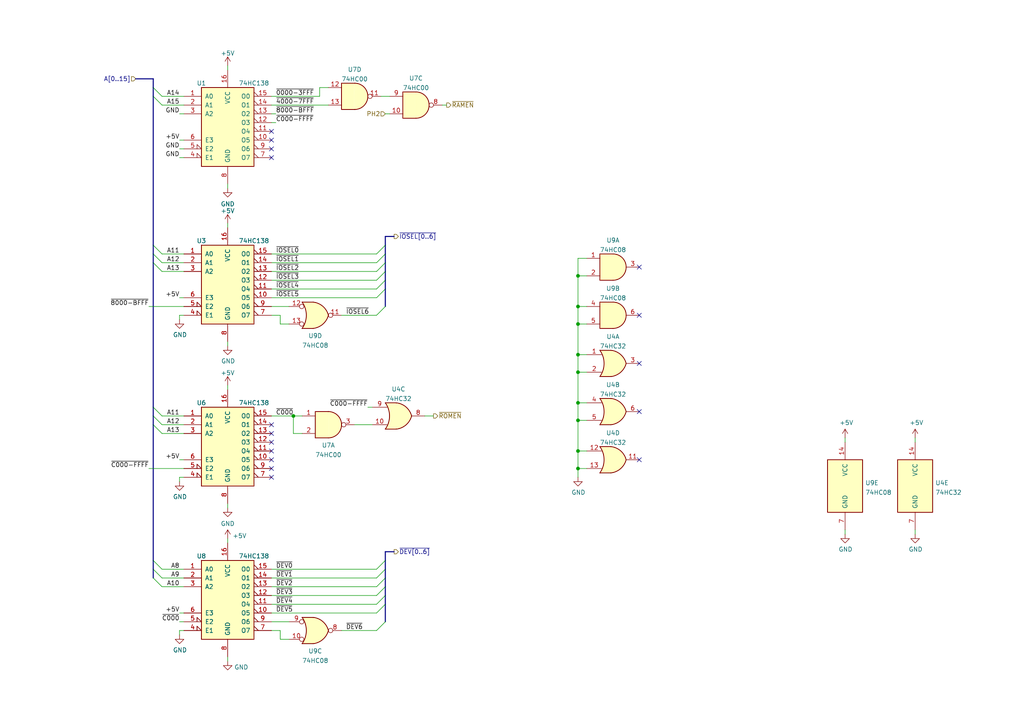
<source format=kicad_sch>
(kicad_sch (version 20211123) (generator eeschema)
  (paper "A4")
  (lib_symbols
    (symbol "74xx:74HC00" (pin_names (offset 1.016))
      (property "Reference" "U" (at 0 1.27 0))
      (property "Value" "74HC00" (at 0 -1.27 0))
      (symbol "74HC00_1_1"
        (arc (start 0 -3.81) (mid 3.81 0) (end 0 3.81) (stroke (width 0.254)) (fill (type background)))
        (polyline (pts (xy 0 3.81) (xy -3.81 3.81) (xy -3.81 -3.81) (xy 0 -3.81)) (stroke (width 0.254)) (fill (type background)))
        (pin input line (at -7.62 2.54 0) (length 3.81) (name "~") (number "1"))
        (pin input line (at -7.62 -2.54 0) (length 3.81) (name "~") (number "2"))
        (pin output inverted (at 7.62 0 180) (length 3.81) (name "~") (number "3"))
      )
      (symbol "74HC00_1_2"
        (arc (start -3.81 -3.81) (mid -2.589 0) (end -3.81 3.81) (stroke (width 0.254)))
        (arc (start -0.6096 -3.81) (mid 2.1855 -2.584) (end 3.81 0) (stroke (width 0.254)) (fill (type background)))
        (polyline (pts (xy -3.81 -3.81) (xy -0.635 -3.81)) (stroke (width 0.254)) (fill (type background)))
        (polyline (pts (xy -3.81 3.81) (xy -0.635 3.81)) (stroke (width 0.254)) (fill (type background)))
        (polyline (pts (xy -0.635 3.81) (xy -3.81 3.81) (xy -3.81 3.81) (xy -3.556 3.4036) (xy -3.0226 2.2606) (xy -2.6924 1.0414) (xy -2.6162 -0.254) (xy -2.7686 -1.4986) (xy -3.175 -2.7178) (xy -3.81 -3.81) (xy -3.81 -3.81) (xy -0.635 -3.81)) (stroke (width -25.4)) (fill (type background)))
        (arc (start 3.81 0) (mid 2.1928 2.5925) (end -0.6096 3.81) (stroke (width 0.254)) (fill (type background)))
        (pin input inverted (at -7.62 2.54 0) (length 4.318) (name "~") (number "1"))
        (pin input inverted (at -7.62 -2.54 0) (length 4.318) (name "~") (number "2"))
        (pin output line (at 7.62 0 180) (length 3.81) (name "~") (number "3"))
      )
      (symbol "74HC00_2_1"
        (arc (start 0 -3.81) (mid 3.81 0) (end 0 3.81) (stroke (width 0.254)) (fill (type background)))
        (polyline (pts (xy 0 3.81) (xy -3.81 3.81) (xy -3.81 -3.81) (xy 0 -3.81)) (stroke (width 0.254)) (fill (type background)))
        (pin input line (at -7.62 2.54 0) (length 3.81) (name "~") (number "4"))
        (pin input line (at -7.62 -2.54 0) (length 3.81) (name "~") (number "5"))
        (pin output inverted (at 7.62 0 180) (length 3.81) (name "~") (number "6"))
      )
      (symbol "74HC00_2_2"
        (arc (start -3.81 -3.81) (mid -2.589 0) (end -3.81 3.81) (stroke (width 0.254)))
        (arc (start -0.6096 -3.81) (mid 2.1855 -2.584) (end 3.81 0) (stroke (width 0.254)) (fill (type background)))
        (polyline (pts (xy -3.81 -3.81) (xy -0.635 -3.81)) (stroke (width 0.254)) (fill (type background)))
        (polyline (pts (xy -3.81 3.81) (xy -0.635 3.81)) (stroke (width 0.254)) (fill (type background)))
        (polyline (pts (xy -0.635 3.81) (xy -3.81 3.81) (xy -3.81 3.81) (xy -3.556 3.4036) (xy -3.0226 2.2606) (xy -2.6924 1.0414) (xy -2.6162 -0.254) (xy -2.7686 -1.4986) (xy -3.175 -2.7178) (xy -3.81 -3.81) (xy -3.81 -3.81) (xy -0.635 -3.81)) (stroke (width -25.4)) (fill (type background)))
        (arc (start 3.81 0) (mid 2.1928 2.5925) (end -0.6096 3.81) (stroke (width 0.254)) (fill (type background)))
        (pin input inverted (at -7.62 2.54 0) (length 4.318) (name "~") (number "4"))
        (pin input inverted (at -7.62 -2.54 0) (length 4.318) (name "~") (number "5"))
        (pin output line (at 7.62 0 180) (length 3.81) (name "~") (number "6"))
      )
      (symbol "74HC00_3_1"
        (arc (start 0 -3.81) (mid 3.81 0) (end 0 3.81) (stroke (width 0.254)) (fill (type background)))
        (polyline (pts (xy 0 3.81) (xy -3.81 3.81) (xy -3.81 -3.81) (xy 0 -3.81)) (stroke (width 0.254)) (fill (type background)))
        (pin input line (at -7.62 -2.54 0) (length 3.81) (name "~") (number "10"))
        (pin output inverted (at 7.62 0 180) (length 3.81) (name "~") (number "8"))
        (pin input line (at -7.62 2.54 0) (length 3.81) (name "~") (number "9"))
      )
      (symbol "74HC00_3_2"
        (arc (start -3.81 -3.81) (mid -2.589 0) (end -3.81 3.81) (stroke (width 0.254)))
        (arc (start -0.6096 -3.81) (mid 2.1855 -2.584) (end 3.81 0) (stroke (width 0.254)) (fill (type background)))
        (polyline (pts (xy -3.81 -3.81) (xy -0.635 -3.81)) (stroke (width 0.254)) (fill (type background)))
        (polyline (pts (xy -3.81 3.81) (xy -0.635 3.81)) (stroke (width 0.254)) (fill (type background)))
        (polyline (pts (xy -0.635 3.81) (xy -3.81 3.81) (xy -3.81 3.81) (xy -3.556 3.4036) (xy -3.0226 2.2606) (xy -2.6924 1.0414) (xy -2.6162 -0.254) (xy -2.7686 -1.4986) (xy -3.175 -2.7178) (xy -3.81 -3.81) (xy -3.81 -3.81) (xy -0.635 -3.81)) (stroke (width -25.4)) (fill (type background)))
        (arc (start 3.81 0) (mid 2.1928 2.5925) (end -0.6096 3.81) (stroke (width 0.254)) (fill (type background)))
        (pin input inverted (at -7.62 -2.54 0) (length 4.318) (name "~") (number "10"))
        (pin output line (at 7.62 0 180) (length 3.81) (name "~") (number "8"))
        (pin input inverted (at -7.62 2.54 0) (length 4.318) (name "~") (number "9"))
      )
      (symbol "74HC00_4_1"
        (arc (start 0 -3.81) (mid 3.81 0) (end 0 3.81) (stroke (width 0.254)) (fill (type background)))
        (polyline (pts (xy 0 3.81) (xy -3.81 3.81) (xy -3.81 -3.81) (xy 0 -3.81)) (stroke (width 0.254)) (fill (type background)))
        (pin output inverted (at 7.62 0 180) (length 3.81) (name "~") (number "11"))
        (pin input line (at -7.62 2.54 0) (length 3.81) (name "~") (number "12"))
        (pin input line (at -7.62 -2.54 0) (length 3.81) (name "~") (number "13"))
      )
      (symbol "74HC00_4_2"
        (arc (start -3.81 -3.81) (mid -2.589 0) (end -3.81 3.81) (stroke (width 0.254)))
        (arc (start -0.6096 -3.81) (mid 2.1855 -2.584) (end 3.81 0) (stroke (width 0.254)) (fill (type background)))
        (polyline (pts (xy -3.81 -3.81) (xy -0.635 -3.81)) (stroke (width 0.254)) (fill (type background)))
        (polyline (pts (xy -3.81 3.81) (xy -0.635 3.81)) (stroke (width 0.254)) (fill (type background)))
        (polyline (pts (xy -0.635 3.81) (xy -3.81 3.81) (xy -3.81 3.81) (xy -3.556 3.4036) (xy -3.0226 2.2606) (xy -2.6924 1.0414) (xy -2.6162 -0.254) (xy -2.7686 -1.4986) (xy -3.175 -2.7178) (xy -3.81 -3.81) (xy -3.81 -3.81) (xy -0.635 -3.81)) (stroke (width -25.4)) (fill (type background)))
        (arc (start 3.81 0) (mid 2.1928 2.5925) (end -0.6096 3.81) (stroke (width 0.254)) (fill (type background)))
        (pin output line (at 7.62 0 180) (length 3.81) (name "~") (number "11"))
        (pin input inverted (at -7.62 2.54 0) (length 4.318) (name "~") (number "12"))
        (pin input inverted (at -7.62 -2.54 0) (length 4.318) (name "~") (number "13"))
      )
      (symbol "74HC00_5_0"
        (pin power_in line (at 0 12.7 270) (length 5.08) (name "VCC") (number "14"))
        (pin power_in line (at 0 -12.7 90) (length 5.08) (name "GND") (number "7"))
      )
      (symbol "74HC00_5_1"
        (rectangle (start -5.08 7.62) (end 5.08 -7.62) (stroke (width 0.254)) (fill (type background)))
      )
    )
    (symbol "74xx:74LS08" (pin_names (offset 1.016))
      (property "Reference" "U" (at 0 1.27 0))
      (property "Value" "74LS08" (at 0 -1.27 0))
      (symbol "74LS08_1_1"
        (arc (start 0 -3.81) (mid 3.81 0) (end 0 3.81) (stroke (width 0.254)) (fill (type background)))
        (polyline (pts (xy 0 3.81) (xy -3.81 3.81) (xy -3.81 -3.81) (xy 0 -3.81)) (stroke (width 0.254)) (fill (type background)))
        (pin input line (at -7.62 2.54 0) (length 3.81) (name "~") (number "1"))
        (pin input line (at -7.62 -2.54 0) (length 3.81) (name "~") (number "2"))
        (pin output line (at 7.62 0 180) (length 3.81) (name "~") (number "3"))
      )
      (symbol "74LS08_1_2"
        (arc (start -3.81 -3.81) (mid -2.589 0) (end -3.81 3.81) (stroke (width 0.254)))
        (arc (start -0.6096 -3.81) (mid 2.1855 -2.584) (end 3.81 0) (stroke (width 0.254)) (fill (type background)))
        (polyline (pts (xy -3.81 -3.81) (xy -0.635 -3.81)) (stroke (width 0.254)) (fill (type background)))
        (polyline (pts (xy -3.81 3.81) (xy -0.635 3.81)) (stroke (width 0.254)) (fill (type background)))
        (polyline (pts (xy -0.635 3.81) (xy -3.81 3.81) (xy -3.81 3.81) (xy -3.556 3.4036) (xy -3.0226 2.2606) (xy -2.6924 1.0414) (xy -2.6162 -0.254) (xy -2.7686 -1.4986) (xy -3.175 -2.7178) (xy -3.81 -3.81) (xy -3.81 -3.81) (xy -0.635 -3.81)) (stroke (width -25.4)) (fill (type background)))
        (arc (start 3.81 0) (mid 2.1928 2.5925) (end -0.6096 3.81) (stroke (width 0.254)) (fill (type background)))
        (pin input inverted (at -7.62 2.54 0) (length 4.318) (name "~") (number "1"))
        (pin input inverted (at -7.62 -2.54 0) (length 4.318) (name "~") (number "2"))
        (pin output inverted (at 7.62 0 180) (length 3.81) (name "~") (number "3"))
      )
      (symbol "74LS08_2_1"
        (arc (start 0 -3.81) (mid 3.81 0) (end 0 3.81) (stroke (width 0.254)) (fill (type background)))
        (polyline (pts (xy 0 3.81) (xy -3.81 3.81) (xy -3.81 -3.81) (xy 0 -3.81)) (stroke (width 0.254)) (fill (type background)))
        (pin input line (at -7.62 2.54 0) (length 3.81) (name "~") (number "4"))
        (pin input line (at -7.62 -2.54 0) (length 3.81) (name "~") (number "5"))
        (pin output line (at 7.62 0 180) (length 3.81) (name "~") (number "6"))
      )
      (symbol "74LS08_2_2"
        (arc (start -3.81 -3.81) (mid -2.589 0) (end -3.81 3.81) (stroke (width 0.254)))
        (arc (start -0.6096 -3.81) (mid 2.1855 -2.584) (end 3.81 0) (stroke (width 0.254)) (fill (type background)))
        (polyline (pts (xy -3.81 -3.81) (xy -0.635 -3.81)) (stroke (width 0.254)) (fill (type background)))
        (polyline (pts (xy -3.81 3.81) (xy -0.635 3.81)) (stroke (width 0.254)) (fill (type background)))
        (polyline (pts (xy -0.635 3.81) (xy -3.81 3.81) (xy -3.81 3.81) (xy -3.556 3.4036) (xy -3.0226 2.2606) (xy -2.6924 1.0414) (xy -2.6162 -0.254) (xy -2.7686 -1.4986) (xy -3.175 -2.7178) (xy -3.81 -3.81) (xy -3.81 -3.81) (xy -0.635 -3.81)) (stroke (width -25.4)) (fill (type background)))
        (arc (start 3.81 0) (mid 2.1928 2.5925) (end -0.6096 3.81) (stroke (width 0.254)) (fill (type background)))
        (pin input inverted (at -7.62 2.54 0) (length 4.318) (name "~") (number "4"))
        (pin input inverted (at -7.62 -2.54 0) (length 4.318) (name "~") (number "5"))
        (pin output inverted (at 7.62 0 180) (length 3.81) (name "~") (number "6"))
      )
      (symbol "74LS08_3_1"
        (arc (start 0 -3.81) (mid 3.81 0) (end 0 3.81) (stroke (width 0.254)) (fill (type background)))
        (polyline (pts (xy 0 3.81) (xy -3.81 3.81) (xy -3.81 -3.81) (xy 0 -3.81)) (stroke (width 0.254)) (fill (type background)))
        (pin input line (at -7.62 -2.54 0) (length 3.81) (name "~") (number "10"))
        (pin output line (at 7.62 0 180) (length 3.81) (name "~") (number "8"))
        (pin input line (at -7.62 2.54 0) (length 3.81) (name "~") (number "9"))
      )
      (symbol "74LS08_3_2"
        (arc (start -3.81 -3.81) (mid -2.589 0) (end -3.81 3.81) (stroke (width 0.254)))
        (arc (start -0.6096 -3.81) (mid 2.1855 -2.584) (end 3.81 0) (stroke (width 0.254)) (fill (type background)))
        (polyline (pts (xy -3.81 -3.81) (xy -0.635 -3.81)) (stroke (width 0.254)) (fill (type background)))
        (polyline (pts (xy -3.81 3.81) (xy -0.635 3.81)) (stroke (width 0.254)) (fill (type background)))
        (polyline (pts (xy -0.635 3.81) (xy -3.81 3.81) (xy -3.81 3.81) (xy -3.556 3.4036) (xy -3.0226 2.2606) (xy -2.6924 1.0414) (xy -2.6162 -0.254) (xy -2.7686 -1.4986) (xy -3.175 -2.7178) (xy -3.81 -3.81) (xy -3.81 -3.81) (xy -0.635 -3.81)) (stroke (width -25.4)) (fill (type background)))
        (arc (start 3.81 0) (mid 2.1928 2.5925) (end -0.6096 3.81) (stroke (width 0.254)) (fill (type background)))
        (pin input inverted (at -7.62 -2.54 0) (length 4.318) (name "~") (number "10"))
        (pin output inverted (at 7.62 0 180) (length 3.81) (name "~") (number "8"))
        (pin input inverted (at -7.62 2.54 0) (length 4.318) (name "~") (number "9"))
      )
      (symbol "74LS08_4_1"
        (arc (start 0 -3.81) (mid 3.81 0) (end 0 3.81) (stroke (width 0.254)) (fill (type background)))
        (polyline (pts (xy 0 3.81) (xy -3.81 3.81) (xy -3.81 -3.81) (xy 0 -3.81)) (stroke (width 0.254)) (fill (type background)))
        (pin output line (at 7.62 0 180) (length 3.81) (name "~") (number "11"))
        (pin input line (at -7.62 2.54 0) (length 3.81) (name "~") (number "12"))
        (pin input line (at -7.62 -2.54 0) (length 3.81) (name "~") (number "13"))
      )
      (symbol "74LS08_4_2"
        (arc (start -3.81 -3.81) (mid -2.589 0) (end -3.81 3.81) (stroke (width 0.254)))
        (arc (start -0.6096 -3.81) (mid 2.1855 -2.584) (end 3.81 0) (stroke (width 0.254)) (fill (type background)))
        (polyline (pts (xy -3.81 -3.81) (xy -0.635 -3.81)) (stroke (width 0.254)) (fill (type background)))
        (polyline (pts (xy -3.81 3.81) (xy -0.635 3.81)) (stroke (width 0.254)) (fill (type background)))
        (polyline (pts (xy -0.635 3.81) (xy -3.81 3.81) (xy -3.81 3.81) (xy -3.556 3.4036) (xy -3.0226 2.2606) (xy -2.6924 1.0414) (xy -2.6162 -0.254) (xy -2.7686 -1.4986) (xy -3.175 -2.7178) (xy -3.81 -3.81) (xy -3.81 -3.81) (xy -0.635 -3.81)) (stroke (width -25.4)) (fill (type background)))
        (arc (start 3.81 0) (mid 2.1928 2.5925) (end -0.6096 3.81) (stroke (width 0.254)) (fill (type background)))
        (pin output inverted (at 7.62 0 180) (length 3.81) (name "~") (number "11"))
        (pin input inverted (at -7.62 2.54 0) (length 4.318) (name "~") (number "12"))
        (pin input inverted (at -7.62 -2.54 0) (length 4.318) (name "~") (number "13"))
      )
      (symbol "74LS08_5_0"
        (pin power_in line (at 0 12.7 270) (length 5.08) (name "VCC") (number "14"))
        (pin power_in line (at 0 -12.7 90) (length 5.08) (name "GND") (number "7"))
      )
      (symbol "74LS08_5_1"
        (rectangle (start -5.08 7.62) (end 5.08 -7.62) (stroke (width 0.254)) (fill (type background)))
      )
    )
    (symbol "74xx:74LS138" (pin_names (offset 1.016))
      (property "Reference" "U" (at -7.62 11.43 0))
      (property "Value" "74LS138" (at -7.62 -13.97 0))
      (symbol "74LS138_1_0"
        (pin input line (at -12.7 7.62 0) (length 5.08) (name "A0") (number "1"))
        (pin output output_low (at 12.7 -5.08 180) (length 5.08) (name "O5") (number "10"))
        (pin output output_low (at 12.7 -2.54 180) (length 5.08) (name "O4") (number "11"))
        (pin output output_low (at 12.7 0 180) (length 5.08) (name "O3") (number "12"))
        (pin output output_low (at 12.7 2.54 180) (length 5.08) (name "O2") (number "13"))
        (pin output output_low (at 12.7 5.08 180) (length 5.08) (name "O1") (number "14"))
        (pin output output_low (at 12.7 7.62 180) (length 5.08) (name "O0") (number "15"))
        (pin power_in line (at 0 15.24 270) (length 5.08) (name "VCC") (number "16"))
        (pin input line (at -12.7 5.08 0) (length 5.08) (name "A1") (number "2"))
        (pin input line (at -12.7 2.54 0) (length 5.08) (name "A2") (number "3"))
        (pin input input_low (at -12.7 -10.16 0) (length 5.08) (name "E1") (number "4"))
        (pin input input_low (at -12.7 -7.62 0) (length 5.08) (name "E2") (number "5"))
        (pin input line (at -12.7 -5.08 0) (length 5.08) (name "E3") (number "6"))
        (pin output output_low (at 12.7 -10.16 180) (length 5.08) (name "O7") (number "7"))
        (pin power_in line (at 0 -17.78 90) (length 5.08) (name "GND") (number "8"))
        (pin output output_low (at 12.7 -7.62 180) (length 5.08) (name "O6") (number "9"))
      )
      (symbol "74LS138_1_1"
        (rectangle (start -7.62 10.16) (end 7.62 -12.7) (stroke (width 0.254)) (fill (type background)))
      )
    )
    (symbol "74xx:74LS32" (pin_names (offset 1.016))
      (property "Reference" "U" (at 0 1.27 0))
      (property "Value" "74LS32" (at 0 -1.27 0))
      (symbol "74LS32_1_1"
        (arc (start -3.81 -3.81) (mid -2.589 0) (end -3.81 3.81) (stroke (width 0.254)))
        (arc (start -0.6096 -3.81) (mid 2.1855 -2.584) (end 3.81 0) (stroke (width 0.254)) (fill (type background)))
        (polyline (pts (xy -3.81 -3.81) (xy -0.635 -3.81)) (stroke (width 0.254)) (fill (type background)))
        (polyline (pts (xy -3.81 3.81) (xy -0.635 3.81)) (stroke (width 0.254)) (fill (type background)))
        (polyline (pts (xy -0.635 3.81) (xy -3.81 3.81) (xy -3.81 3.81) (xy -3.556 3.4036) (xy -3.0226 2.2606) (xy -2.6924 1.0414) (xy -2.6162 -0.254) (xy -2.7686 -1.4986) (xy -3.175 -2.7178) (xy -3.81 -3.81) (xy -3.81 -3.81) (xy -0.635 -3.81)) (stroke (width -25.4)) (fill (type background)))
        (arc (start 3.81 0) (mid 2.1928 2.5925) (end -0.6096 3.81) (stroke (width 0.254)) (fill (type background)))
        (pin input line (at -7.62 2.54 0) (length 4.318) (name "~") (number "1"))
        (pin input line (at -7.62 -2.54 0) (length 4.318) (name "~") (number "2"))
        (pin output line (at 7.62 0 180) (length 3.81) (name "~") (number "3"))
      )
      (symbol "74LS32_1_2"
        (arc (start 0 -3.81) (mid 3.81 0) (end 0 3.81) (stroke (width 0.254)) (fill (type background)))
        (polyline (pts (xy 0 3.81) (xy -3.81 3.81) (xy -3.81 -3.81) (xy 0 -3.81)) (stroke (width 0.254)) (fill (type background)))
        (pin input inverted (at -7.62 2.54 0) (length 3.81) (name "~") (number "1"))
        (pin input inverted (at -7.62 -2.54 0) (length 3.81) (name "~") (number "2"))
        (pin output inverted (at 7.62 0 180) (length 3.81) (name "~") (number "3"))
      )
      (symbol "74LS32_2_1"
        (arc (start -3.81 -3.81) (mid -2.589 0) (end -3.81 3.81) (stroke (width 0.254)))
        (arc (start -0.6096 -3.81) (mid 2.1855 -2.584) (end 3.81 0) (stroke (width 0.254)) (fill (type background)))
        (polyline (pts (xy -3.81 -3.81) (xy -0.635 -3.81)) (stroke (width 0.254)) (fill (type background)))
        (polyline (pts (xy -3.81 3.81) (xy -0.635 3.81)) (stroke (width 0.254)) (fill (type background)))
        (polyline (pts (xy -0.635 3.81) (xy -3.81 3.81) (xy -3.81 3.81) (xy -3.556 3.4036) (xy -3.0226 2.2606) (xy -2.6924 1.0414) (xy -2.6162 -0.254) (xy -2.7686 -1.4986) (xy -3.175 -2.7178) (xy -3.81 -3.81) (xy -3.81 -3.81) (xy -0.635 -3.81)) (stroke (width -25.4)) (fill (type background)))
        (arc (start 3.81 0) (mid 2.1928 2.5925) (end -0.6096 3.81) (stroke (width 0.254)) (fill (type background)))
        (pin input line (at -7.62 2.54 0) (length 4.318) (name "~") (number "4"))
        (pin input line (at -7.62 -2.54 0) (length 4.318) (name "~") (number "5"))
        (pin output line (at 7.62 0 180) (length 3.81) (name "~") (number "6"))
      )
      (symbol "74LS32_2_2"
        (arc (start 0 -3.81) (mid 3.81 0) (end 0 3.81) (stroke (width 0.254)) (fill (type background)))
        (polyline (pts (xy 0 3.81) (xy -3.81 3.81) (xy -3.81 -3.81) (xy 0 -3.81)) (stroke (width 0.254)) (fill (type background)))
        (pin input inverted (at -7.62 2.54 0) (length 3.81) (name "~") (number "4"))
        (pin input inverted (at -7.62 -2.54 0) (length 3.81) (name "~") (number "5"))
        (pin output inverted (at 7.62 0 180) (length 3.81) (name "~") (number "6"))
      )
      (symbol "74LS32_3_1"
        (arc (start -3.81 -3.81) (mid -2.589 0) (end -3.81 3.81) (stroke (width 0.254)))
        (arc (start -0.6096 -3.81) (mid 2.1855 -2.584) (end 3.81 0) (stroke (width 0.254)) (fill (type background)))
        (polyline (pts (xy -3.81 -3.81) (xy -0.635 -3.81)) (stroke (width 0.254)) (fill (type background)))
        (polyline (pts (xy -3.81 3.81) (xy -0.635 3.81)) (stroke (width 0.254)) (fill (type background)))
        (polyline (pts (xy -0.635 3.81) (xy -3.81 3.81) (xy -3.81 3.81) (xy -3.556 3.4036) (xy -3.0226 2.2606) (xy -2.6924 1.0414) (xy -2.6162 -0.254) (xy -2.7686 -1.4986) (xy -3.175 -2.7178) (xy -3.81 -3.81) (xy -3.81 -3.81) (xy -0.635 -3.81)) (stroke (width -25.4)) (fill (type background)))
        (arc (start 3.81 0) (mid 2.1928 2.5925) (end -0.6096 3.81) (stroke (width 0.254)) (fill (type background)))
        (pin input line (at -7.62 -2.54 0) (length 4.318) (name "~") (number "10"))
        (pin output line (at 7.62 0 180) (length 3.81) (name "~") (number "8"))
        (pin input line (at -7.62 2.54 0) (length 4.318) (name "~") (number "9"))
      )
      (symbol "74LS32_3_2"
        (arc (start 0 -3.81) (mid 3.81 0) (end 0 3.81) (stroke (width 0.254)) (fill (type background)))
        (polyline (pts (xy 0 3.81) (xy -3.81 3.81) (xy -3.81 -3.81) (xy 0 -3.81)) (stroke (width 0.254)) (fill (type background)))
        (pin input inverted (at -7.62 -2.54 0) (length 3.81) (name "~") (number "10"))
        (pin output inverted (at 7.62 0 180) (length 3.81) (name "~") (number "8"))
        (pin input inverted (at -7.62 2.54 0) (length 3.81) (name "~") (number "9"))
      )
      (symbol "74LS32_4_1"
        (arc (start -3.81 -3.81) (mid -2.589 0) (end -3.81 3.81) (stroke (width 0.254)))
        (arc (start -0.6096 -3.81) (mid 2.1855 -2.584) (end 3.81 0) (stroke (width 0.254)) (fill (type background)))
        (polyline (pts (xy -3.81 -3.81) (xy -0.635 -3.81)) (stroke (width 0.254)) (fill (type background)))
        (polyline (pts (xy -3.81 3.81) (xy -0.635 3.81)) (stroke (width 0.254)) (fill (type background)))
        (polyline (pts (xy -0.635 3.81) (xy -3.81 3.81) (xy -3.81 3.81) (xy -3.556 3.4036) (xy -3.0226 2.2606) (xy -2.6924 1.0414) (xy -2.6162 -0.254) (xy -2.7686 -1.4986) (xy -3.175 -2.7178) (xy -3.81 -3.81) (xy -3.81 -3.81) (xy -0.635 -3.81)) (stroke (width -25.4)) (fill (type background)))
        (arc (start 3.81 0) (mid 2.1928 2.5925) (end -0.6096 3.81) (stroke (width 0.254)) (fill (type background)))
        (pin output line (at 7.62 0 180) (length 3.81) (name "~") (number "11"))
        (pin input line (at -7.62 2.54 0) (length 4.318) (name "~") (number "12"))
        (pin input line (at -7.62 -2.54 0) (length 4.318) (name "~") (number "13"))
      )
      (symbol "74LS32_4_2"
        (arc (start 0 -3.81) (mid 3.81 0) (end 0 3.81) (stroke (width 0.254)) (fill (type background)))
        (polyline (pts (xy 0 3.81) (xy -3.81 3.81) (xy -3.81 -3.81) (xy 0 -3.81)) (stroke (width 0.254)) (fill (type background)))
        (pin output inverted (at 7.62 0 180) (length 3.81) (name "~") (number "11"))
        (pin input inverted (at -7.62 2.54 0) (length 3.81) (name "~") (number "12"))
        (pin input inverted (at -7.62 -2.54 0) (length 3.81) (name "~") (number "13"))
      )
      (symbol "74LS32_5_0"
        (pin power_in line (at 0 12.7 270) (length 5.08) (name "VCC") (number "14"))
        (pin power_in line (at 0 -12.7 90) (length 5.08) (name "GND") (number "7"))
      )
      (symbol "74LS32_5_1"
        (rectangle (start -5.08 7.62) (end 5.08 -7.62) (stroke (width 0.254)) (fill (type background)))
      )
    )
    (symbol "power:+5V" (power) (pin_names (offset 0))
      (property "Value" "+5V" (at 0 3.556 0))
      (symbol "+5V_0_1"
        (polyline (pts (xy -0.762 1.27) (xy 0 2.54)))
        (polyline (pts (xy 0 0) (xy 0 2.54)))
        (polyline (pts (xy 0 2.54) (xy 0.762 1.27)))
      )
      (symbol "+5V_1_1"
        (pin power_in line (at 0 0 90) (length 0) hide (name "+5V") (number "1"))
      )
    )
    (symbol "power:GND" (power) (pin_names (offset 0))
      (property "Value" "GND" (at 0 -3.81 0))
      (symbol "GND_0_1"
        (polyline (pts (xy 0 0) (xy 0 -1.27) (xy 1.27 -1.27) (xy 0 -2.54) (xy -1.27 -1.27) (xy 0 -1.27)))
      )
      (symbol "GND_1_1"
        (pin power_in line (at 0 0 270) (length 0) hide (name "GND") (number "1"))
      )
    )
  )
  (junction (at 167.64 116.84))
  (junction (at 167.64 102.87))
  (junction (at 167.64 80.01))
  (junction (at 167.64 130.81))
  (junction (at 167.64 107.95))
  (junction (at 167.64 88.9))
  (junction (at 167.64 121.92))
  (junction (at 167.64 93.98))
  (junction (at 85.09 120.65))
  (junction (at 167.64 135.89))
  (no_connect (at 78.74 133.35))
  (no_connect (at 78.74 128.27))
  (no_connect (at 78.74 138.43))
  (no_connect (at 78.74 135.89))
  (no_connect (at 78.74 130.81))
  (no_connect (at 78.74 125.73))
  (no_connect (at 78.74 45.72))
  (no_connect (at 185.42 91.44))
  (no_connect (at 185.42 105.41))
  (no_connect (at 185.42 119.38))
  (no_connect (at 185.42 133.35))
  (no_connect (at 78.74 123.19))
  (no_connect (at 78.74 38.1))
  (no_connect (at 78.74 40.64))
  (no_connect (at 78.74 43.18))
  (no_connect (at 185.42 77.47))
  (bus_entry (at 44.45 120.65) (size 2.54 2.54))
  (bus_entry (at 109.22 182.88) (size 2.54 -2.54))
  (bus_entry (at 44.45 162.56) (size 2.54 2.54))
  (bus_entry (at 44.45 165.1) (size 2.54 2.54))
  (bus_entry (at 44.45 167.64) (size 2.54 2.54))
  (bus_entry (at 109.22 167.64) (size 2.54 -2.54))
  (bus_entry (at 46.99 30.48) (size -2.54 -2.54))
  (bus_entry (at 109.22 170.18) (size 2.54 -2.54))
  (bus_entry (at 109.22 73.66) (size 2.54 -2.54))
  (bus_entry (at 109.22 76.2) (size 2.54 -2.54))
  (bus_entry (at 109.22 91.44) (size 2.54 -2.54))
  (bus_entry (at 109.22 86.36) (size 2.54 -2.54))
  (bus_entry (at 109.22 78.74) (size 2.54 -2.54))
  (bus_entry (at 109.22 81.28) (size 2.54 -2.54))
  (bus_entry (at 109.22 83.82) (size 2.54 -2.54))
  (bus_entry (at 44.45 71.12) (size 2.54 2.54))
  (bus_entry (at 44.45 73.66) (size 2.54 2.54))
  (bus_entry (at 44.45 76.2) (size 2.54 2.54))
  (bus_entry (at 109.22 172.72) (size 2.54 -2.54))
  (bus_entry (at 46.99 27.94) (size -2.54 -2.54))
  (bus_entry (at 44.45 123.19) (size 2.54 2.54))
  (bus_entry (at 44.45 118.11) (size 2.54 2.54))
  (bus_entry (at 109.22 165.1) (size 2.54 -2.54))
  (bus_entry (at 109.22 177.8) (size 2.54 -2.54))
  (bus_entry (at 109.22 175.26) (size 2.54 -2.54))
  (wire (pts (xy 170.18 88.9) (xy 167.64 88.9)))
  (wire (pts (xy 78.74 76.2) (xy 109.22 76.2)))
  (wire (pts (xy 52.07 91.44) (xy 53.34 91.44)))
  (wire (pts (xy 167.64 80.01) (xy 170.18 80.01)))
  (wire (pts (xy 78.74 182.88) (xy 81.28 182.88)))
  (wire (pts (xy 167.64 93.98) (xy 170.18 93.98)))
  (wire (pts (xy 78.74 120.65) (xy 85.09 120.65)))
  (wire (pts (xy 78.74 73.66) (xy 109.22 73.66)))
  (wire (pts (xy 46.99 27.94) (xy 53.34 27.94)))
  (wire (pts (xy 85.09 120.65) (xy 85.09 125.73)))
  (bus (pts (xy 111.76 81.28) (xy 111.76 83.82)))
  (wire (pts (xy 167.64 102.87) (xy 167.64 107.95)))
  (wire (pts (xy 167.64 116.84) (xy 170.18 116.84)))
  (wire (pts (xy 167.64 93.98) (xy 167.64 102.87)))
  (wire (pts (xy 111.76 33.02) (xy 113.03 33.02)))
  (wire (pts (xy 46.99 167.64) (xy 53.34 167.64)))
  (wire (pts (xy 52.07 138.43) (xy 53.34 138.43)))
  (bus (pts (xy 44.45 123.19) (xy 44.45 162.56)))
  (wire (pts (xy 52.07 182.88) (xy 53.34 182.88)))
  (wire (pts (xy 78.74 170.18) (xy 109.22 170.18)))
  (wire (pts (xy 78.74 78.74) (xy 109.22 78.74)))
  (wire (pts (xy 66.04 53.34) (xy 66.04 54.61)))
  (wire (pts (xy 66.04 111.76) (xy 66.04 113.03)))
  (wire (pts (xy 106.68 118.11) (xy 107.95 118.11)))
  (bus (pts (xy 44.45 162.56) (xy 44.45 165.1)))
  (wire (pts (xy 95.25 25.4) (xy 92.71 25.4)))
  (wire (pts (xy 52.07 45.72) (xy 53.34 45.72)))
  (wire (pts (xy 92.71 25.4) (xy 92.71 27.94)))
  (wire (pts (xy 46.99 78.74) (xy 53.34 78.74)))
  (wire (pts (xy 85.09 125.73) (xy 87.63 125.73)))
  (wire (pts (xy 66.04 99.06) (xy 66.04 100.33)))
  (bus (pts (xy 39.37 22.86) (xy 44.45 22.86)))
  (bus (pts (xy 111.76 167.64) (xy 111.76 170.18)))
  (wire (pts (xy 128.27 30.48) (xy 129.54 30.48)))
  (wire (pts (xy 81.28 182.88) (xy 81.28 185.42)))
  (wire (pts (xy 167.64 80.01) (xy 167.64 88.9)))
  (wire (pts (xy 46.99 123.19) (xy 53.34 123.19)))
  (wire (pts (xy 167.64 121.92) (xy 170.18 121.92)))
  (wire (pts (xy 78.74 172.72) (xy 109.22 172.72)))
  (wire (pts (xy 78.74 83.82) (xy 109.22 83.82)))
  (wire (pts (xy 81.28 93.98) (xy 81.28 91.44)))
  (wire (pts (xy 52.07 138.43) (xy 52.07 139.7)))
  (wire (pts (xy 167.64 102.87) (xy 170.18 102.87)))
  (wire (pts (xy 110.49 27.94) (xy 113.03 27.94)))
  (wire (pts (xy 167.64 121.92) (xy 167.64 130.81)))
  (bus (pts (xy 44.45 25.4) (xy 44.45 27.94)))
  (wire (pts (xy 99.06 182.88) (xy 109.22 182.88)))
  (wire (pts (xy 46.99 170.18) (xy 53.34 170.18)))
  (wire (pts (xy 167.64 107.95) (xy 167.64 116.84)))
  (wire (pts (xy 78.74 81.28) (xy 109.22 81.28)))
  (wire (pts (xy 78.74 180.34) (xy 83.82 180.34)))
  (bus (pts (xy 44.45 27.94) (xy 44.45 71.12)))
  (bus (pts (xy 111.76 68.58) (xy 111.76 71.12)))
  (wire (pts (xy 167.64 130.81) (xy 167.64 135.89)))
  (wire (pts (xy 123.19 120.65) (xy 125.73 120.65)))
  (bus (pts (xy 111.76 165.1) (xy 111.76 167.64)))
  (wire (pts (xy 167.64 88.9) (xy 167.64 93.98)))
  (wire (pts (xy 66.04 19.05) (xy 66.04 20.32)))
  (wire (pts (xy 85.09 120.65) (xy 87.63 120.65)))
  (bus (pts (xy 44.45 165.1) (xy 44.45 167.64)))
  (wire (pts (xy 46.99 30.48) (xy 53.34 30.48)))
  (bus (pts (xy 44.45 118.11) (xy 44.45 120.65)))
  (wire (pts (xy 78.74 33.02) (xy 80.01 33.02)))
  (wire (pts (xy 265.43 127) (xy 265.43 128.27)))
  (wire (pts (xy 78.74 30.48) (xy 95.25 30.48)))
  (wire (pts (xy 52.07 177.8) (xy 53.34 177.8)))
  (wire (pts (xy 52.07 91.44) (xy 52.07 92.71)))
  (wire (pts (xy 78.74 165.1) (xy 109.22 165.1)))
  (wire (pts (xy 46.99 76.2) (xy 53.34 76.2)))
  (bus (pts (xy 44.45 76.2) (xy 44.45 118.11)))
  (wire (pts (xy 52.07 33.02) (xy 53.34 33.02)))
  (bus (pts (xy 111.76 160.02) (xy 114.3 160.02)))
  (bus (pts (xy 44.45 71.12) (xy 44.45 73.66)))
  (bus (pts (xy 111.76 175.26) (xy 111.76 180.34)))
  (wire (pts (xy 265.43 153.67) (xy 265.43 154.94)))
  (bus (pts (xy 44.45 120.65) (xy 44.45 123.19)))
  (wire (pts (xy 66.04 146.05) (xy 66.04 147.32)))
  (bus (pts (xy 111.76 162.56) (xy 111.76 165.1)))
  (bus (pts (xy 111.76 78.74) (xy 111.76 81.28)))
  (wire (pts (xy 81.28 185.42) (xy 83.82 185.42)))
  (wire (pts (xy 52.07 133.35) (xy 53.34 133.35)))
  (wire (pts (xy 78.74 91.44) (xy 81.28 91.44)))
  (wire (pts (xy 66.04 64.77) (xy 66.04 66.04)))
  (bus (pts (xy 111.76 170.18) (xy 111.76 172.72)))
  (wire (pts (xy 78.74 177.8) (xy 109.22 177.8)))
  (wire (pts (xy 78.74 167.64) (xy 109.22 167.64)))
  (wire (pts (xy 167.64 130.81) (xy 170.18 130.81)))
  (wire (pts (xy 245.11 127) (xy 245.11 128.27)))
  (wire (pts (xy 52.07 86.36) (xy 53.34 86.36)))
  (wire (pts (xy 167.64 135.89) (xy 170.18 135.89)))
  (wire (pts (xy 53.34 88.9) (xy 43.18 88.9)))
  (wire (pts (xy 78.74 35.56) (xy 80.01 35.56)))
  (wire (pts (xy 78.74 175.26) (xy 109.22 175.26)))
  (bus (pts (xy 111.76 172.72) (xy 111.76 175.26)))
  (wire (pts (xy 102.87 123.19) (xy 107.95 123.19)))
  (wire (pts (xy 52.07 43.18) (xy 53.34 43.18)))
  (wire (pts (xy 167.64 74.93) (xy 167.64 80.01)))
  (wire (pts (xy 66.04 190.5) (xy 66.04 191.77)))
  (bus (pts (xy 111.76 83.82) (xy 111.76 88.9)))
  (bus (pts (xy 44.45 73.66) (xy 44.45 76.2)))
  (wire (pts (xy 53.34 135.89) (xy 43.18 135.89)))
  (bus (pts (xy 111.76 73.66) (xy 111.76 76.2)))
  (wire (pts (xy 52.07 180.34) (xy 53.34 180.34)))
  (wire (pts (xy 78.74 27.94) (xy 92.71 27.94)))
  (bus (pts (xy 111.76 68.58) (xy 114.3 68.58)))
  (bus (pts (xy 111.76 71.12) (xy 111.76 73.66)))
  (wire (pts (xy 66.04 156.21) (xy 66.04 157.48)))
  (wire (pts (xy 46.99 73.66) (xy 53.34 73.66)))
  (wire (pts (xy 46.99 120.65) (xy 53.34 120.65)))
  (wire (pts (xy 167.64 107.95) (xy 170.18 107.95)))
  (bus (pts (xy 44.45 25.4) (xy 44.45 22.86)))
  (wire (pts (xy 170.18 74.93) (xy 167.64 74.93)))
  (wire (pts (xy 167.64 135.89) (xy 167.64 138.43)))
  (wire (pts (xy 52.07 182.88) (xy 52.07 184.15)))
  (wire (pts (xy 52.07 40.64) (xy 53.34 40.64)))
  (wire (pts (xy 78.74 88.9) (xy 83.82 88.9)))
  (wire (pts (xy 99.06 91.44) (xy 109.22 91.44)))
  (wire (pts (xy 83.82 93.98) (xy 81.28 93.98)))
  (wire (pts (xy 46.99 165.1) (xy 53.34 165.1)))
  (wire (pts (xy 78.74 86.36) (xy 109.22 86.36)))
  (wire (pts (xy 167.64 116.84) (xy 167.64 121.92)))
  (wire (pts (xy 46.99 125.73) (xy 53.34 125.73)))
  (bus (pts (xy 111.76 76.2) (xy 111.76 78.74)))
  (bus (pts (xy 111.76 160.02) (xy 111.76 162.56)))
  (wire (pts (xy 245.11 153.67) (xy 245.11 154.94)))
  (label "~{DEV3}" (at 80.01 172.72 0))
  (label "A9" (at 52.07 167.64 180))
  (label "~{C000}" (at 52.07 180.34 180))
  (label "A8" (at 52.07 165.1 180))
  (label "~{C000-FFFF}" (at 43.18 135.89 180))
  (label "A14" (at 52.07 27.94 180))
  (label "~{IOSEL2}" (at 80.01 78.74 0))
  (label "~{4000-7FFF}" (at 80.01 30.48 0))
  (label "~{IOSEL6}" (at 100.33 91.44 0))
  (label "~{IOSEL4}" (at 80.01 83.82 0))
  (label "~{C000}" (at 80.01 120.65 0))
  (label "~{DEV4}" (at 80.01 175.26 0))
  (label "GND" (at 52.07 45.72 180))
  (label "~{IOSEL0}" (at 80.01 73.66 0))
  (label "~{C000-FFFF}" (at 106.68 118.11 180))
  (label "A12" (at 52.07 76.2 180))
  (label "~{IOSEL1}" (at 80.01 76.2 0))
  (label "~{IOSEL5}" (at 80.01 86.36 0))
  (label "~{DEV1}" (at 80.01 167.64 0))
  (label "GND" (at 52.07 43.18 180))
  (label "~{DEV2}" (at 80.01 170.18 0))
  (label "A11" (at 52.07 73.66 180))
  (label "~{0000-3FFF}" (at 80.01 27.94 0))
  (label "A10" (at 52.07 170.18 180))
  (label "A13" (at 52.07 78.74 180))
  (label "~{IOSEL3}" (at 80.01 81.28 0))
  (label "+5V" (at 52.07 86.36 180))
  (label "A11" (at 52.07 120.65 180))
  (label "~{DEV0}" (at 80.01 165.1 0))
  (label "~{C000-FFFF}" (at 80.01 35.56 0))
  (label "~{DEV5}" (at 80.01 177.8 0))
  (label "A15" (at 52.07 30.48 180))
  (label "+5V" (at 52.07 40.64 180))
  (label "A12" (at 52.07 123.19 180))
  (label "~{8000-BFFF}" (at 80.01 33.02 0))
  (label "~{DEV6}" (at 100.33 182.88 0))
  (label "~{8000-BFFF}" (at 43.18 88.9 180))
  (label "+5V" (at 52.07 133.35 180))
  (label "A13" (at 52.07 125.73 180))
  (label "GND" (at 52.07 33.02 180))
  (label "+5V" (at 52.07 177.8 180))
  (hierarchical_label "~{RAMEN}" (shape output) (at 129.54 30.48 0))
  (hierarchical_label "~{DEV[0..6]}" (shape output) (at 114.3 160.02 0))
  (hierarchical_label "A[0..15]" (shape input) (at 39.37 22.86 180))
  (hierarchical_label "~{IOSEL[0..6]}" (shape output) (at 114.3 68.58 0))
  (hierarchical_label "PH2" (shape input) (at 111.76 33.02 180))
  (hierarchical_label "~{ROMEN}" (shape output) (at 125.73 120.65 0))
  (symbol (lib_id "power:+5V") (at 66.04 19.05 0) (unit 1)
    (property "Reference" "#PWR025" (effects hide))
    (property "Value" "+5V" (at 66.04 15.4455 0))
  )
  (symbol (lib_id "power:+5V") (at 66.04 156.21 0) (unit 1)
    (property "Reference" "#PWR0103" (effects hide))
    (property "Value" "+5V" (at 67.437 155.419 0) (effects (justify left)))
  )
  (symbol (lib_id "74xx:74LS08") (at 177.8 77.47 0) (unit 1)
    (property "Reference" "U9" (at 177.8 69.6935 0))
    (property "Value" "74HC08" (at 177.8 72.4686 0))
    (property "Footprint" "Package_SO:SOIC-14_3.9x8.7mm_P1.27mm" (effects hide))
    (property "Datasheet" "http://www.ti.com/lit/gpn/sn74LS08" (effects hide))
  )
  (symbol (lib_id "74xx:74HC00") (at 102.87 27.94 0) (unit 4)
    (property "Reference" "U7" (at 102.87 20.1635 0))
    (property "Value" "74HC00" (at 102.87 22.9386 0))
    (property "Footprint" "Package_SO:SOIC-14_3.9x8.7mm_P1.27mm" (effects hide))
    (property "Datasheet" "http://www.ti.com/lit/gpn/sn74hc00" (effects hide))
  )
  (symbol (lib_id "74xx:74LS08") (at 177.8 91.44 0) (unit 2)
    (property "Reference" "U9" (at 177.8 83.6635 0))
    (property "Value" "74HC08" (at 177.8 86.4386 0))
    (property "Footprint" "Package_SO:SOIC-14_3.9x8.7mm_P1.27mm" (effects hide))
    (property "Datasheet" "http://www.ti.com/lit/gpn/sn74LS08" (effects hide))
  )
  (symbol (lib_id "74xx:74LS32") (at 177.8 133.35 0) (unit 4)
    (property "Reference" "U4" (at 177.8 125.5735 0))
    (property "Value" "74HC32" (at 177.8 128.3486 0))
    (property "Footprint" "Package_SO:SOIC-14_3.9x8.7mm_P1.27mm" (effects hide))
    (property "Datasheet" "http://www.ti.com/lit/gpn/sn74LS32" (effects hide))
  )
  (symbol (lib_id "74xx:74LS08") (at 91.44 91.44 0) (unit 4) (convert 2)
    (property "Reference" "U9" (at 91.44 97.3995 0))
    (property "Value" "74HC08" (at 91.44 100.1746 0))
    (property "Footprint" "Package_SO:SOIC-14_3.9x8.7mm_P1.27mm" (effects hide))
    (property "Datasheet" "http://www.ti.com/lit/gpn/sn74LS08" (effects hide))
  )
  (symbol (lib_id "74xx:74LS138") (at 66.04 35.56 0) (unit 1)
    (property "Reference" "U1" (at 58.42 24.13 0))
    (property "Value" "74HC138" (at 73.66 24.13 0))
    (property "Footprint" "Package_SO:SOIC-16_3.9x9.9mm_P1.27mm" (effects hide))
    (property "Datasheet" "http://www.ti.com/lit/gpn/sn74HC138" (effects hide))
    (property "MPN" "SN74HC138N" (effects hide))
    (property "Manufacturer" "Texas Instruments" (effects hide))
  )
  (symbol (lib_id "power:GND") (at 66.04 191.77 0) (unit 1)
    (property "Reference" "#PWR0101" (effects hide))
    (property "Value" "GND" (at 67.945 193.519 0) (effects (justify left)))
  )
  (symbol (lib_id "74xx:74LS08") (at 91.44 182.88 0) (unit 3) (convert 2)
    (property "Reference" "U9" (at 91.44 188.8395 0))
    (property "Value" "74HC08" (at 91.44 191.6146 0))
    (property "Footprint" "Package_SO:SOIC-14_3.9x8.7mm_P1.27mm" (effects hide))
    (property "Datasheet" "http://www.ti.com/lit/gpn/sn74LS08" (effects hide))
  )
  (symbol (lib_id "74xx:74LS32") (at 177.8 105.41 0) (unit 1)
    (property "Reference" "U4" (at 177.8 97.6335 0))
    (property "Value" "74HC32" (at 177.8 100.4086 0))
    (property "Footprint" "Package_SO:SOIC-14_3.9x8.7mm_P1.27mm" (effects hide))
    (property "Datasheet" "http://www.ti.com/lit/gpn/sn74LS32" (effects hide))
  )
  (symbol (lib_id "74xx:74LS32") (at 265.43 140.97 0) (unit 5)
    (property "Reference" "U4" (at 271.272 140.0615 0) (effects (justify left)))
    (property "Value" "74HC32" (at 271.272 142.8366 0) (effects (justify left)))
    (property "Footprint" "Package_SO:SOIC-14_3.9x8.7mm_P1.27mm" (effects hide))
    (property "Datasheet" "http://www.ti.com/lit/gpn/sn74LS32" (effects hide))
  )
  (symbol (lib_id "74xx:74HC00") (at 95.25 123.19 0) (unit 1)
    (property "Reference" "U7" (at 95.25 129.1495 0))
    (property "Value" "74HC00" (at 95.25 131.9246 0))
    (property "Footprint" "Package_SO:SOIC-14_3.9x8.7mm_P1.27mm" (effects hide))
    (property "Datasheet" "http://www.ti.com/lit/gpn/sn74hc00" (effects hide))
  )
  (symbol (lib_id "74xx:74LS138") (at 66.04 81.28 0) (unit 1)
    (property "Reference" "U3" (at 58.42 69.85 0))
    (property "Value" "74HC138" (at 73.66 69.85 0))
    (property "Footprint" "Package_SO:SOIC-16_3.9x9.9mm_P1.27mm" (effects hide))
    (property "Datasheet" "http://www.ti.com/lit/gpn/sn74HC138" (effects hide))
    (property "MPN" "SN74HC138N" (effects hide))
    (property "Manufacturer" "Texas Instruments" (effects hide))
  )
  (symbol (lib_id "power:GND") (at 66.04 100.33 0) (unit 1)
    (property "Reference" "#PWR042" (effects hide))
    (property "Value" "GND" (at 66.167 104.7242 0))
  )
  (symbol (lib_id "power:GND") (at 245.11 154.94 0) (unit 1)
    (property "Reference" "#PWR0107" (effects hide))
    (property "Value" "GND" (at 245.237 159.3342 0))
  )
  (symbol (lib_id "power:GND") (at 52.07 184.15 0) (unit 1)
    (property "Reference" "#PWR0102" (effects hide))
    (property "Value" "GND" (at 52.197 188.5442 0))
  )
  (symbol (lib_id "74xx:74LS32") (at 177.8 119.38 0) (unit 2)
    (property "Reference" "U4" (at 177.8 111.6035 0))
    (property "Value" "74HC32" (at 177.8 114.3786 0))
    (property "Footprint" "Package_SO:SOIC-14_3.9x8.7mm_P1.27mm" (effects hide))
    (property "Datasheet" "http://www.ti.com/lit/gpn/sn74LS32" (effects hide))
  )
  (symbol (lib_id "74xx:74LS08") (at 245.11 140.97 0) (unit 5)
    (property "Reference" "U9" (at 250.952 140.0615 0) (effects (justify left)))
    (property "Value" "74HC08" (at 250.952 142.8366 0) (effects (justify left)))
    (property "Footprint" "Package_SO:SOIC-14_3.9x8.7mm_P1.27mm" (effects hide))
    (property "Datasheet" "http://www.ti.com/lit/gpn/sn74LS08" (effects hide))
  )
  (symbol (lib_id "power:GND") (at 52.07 92.71 0) (unit 1)
    (property "Reference" "#PWR023" (effects hide))
    (property "Value" "GND" (at 52.197 97.1042 0))
  )
  (symbol (lib_id "power:+5V") (at 265.43 127 0) (unit 1)
    (property "Reference" "#PWR0105" (effects hide))
    (property "Value" "+5V" (at 265.811 122.6058 0))
  )
  (symbol (lib_id "power:+5V") (at 66.04 64.77 0) (unit 1)
    (property "Reference" "#PWR041" (effects hide))
    (property "Value" "+5V" (at 66.04 61.1655 0))
  )
  (symbol (lib_id "power:GND") (at 66.04 147.32 0) (unit 1)
    (property "Reference" "#PWR044" (effects hide))
    (property "Value" "GND" (at 66.04 151.8825 0))
  )
  (symbol (lib_id "power:GND") (at 265.43 154.94 0) (unit 1)
    (property "Reference" "#PWR0104" (effects hide))
    (property "Value" "GND" (at 265.557 159.3342 0))
  )
  (symbol (lib_id "74xx:74LS138") (at 66.04 128.27 0) (unit 1)
    (property "Reference" "U6" (at 58.42 116.84 0))
    (property "Value" "74HC138" (at 73.66 116.84 0))
    (property "Footprint" "Package_SO:SOIC-16_3.9x9.9mm_P1.27mm" (effects hide))
    (property "Datasheet" "http://www.ti.com/lit/gpn/sn74HC138" (effects hide))
    (property "MPN" "SN74HC138N" (effects hide))
    (property "Manufacturer" "Texas Instruments" (effects hide))
  )
  (symbol (lib_id "74xx:74LS138") (at 66.04 172.72 0) (unit 1)
    (property "Reference" "U8" (at 58.42 161.29 0))
    (property "Value" "74HC138" (at 73.66 161.29 0))
    (property "Footprint" "Package_SO:SOIC-16_3.9x9.9mm_P1.27mm" (effects hide))
    (property "Datasheet" "http://www.ti.com/lit/gpn/sn74HC138" (effects hide))
    (property "MPN" "SN74HC138N" (effects hide))
    (property "Manufacturer" "Texas Instruments" (effects hide))
  )
  (symbol (lib_id "74xx:74LS32") (at 115.57 120.65 0) (unit 3)
    (property "Reference" "U4" (at 115.57 112.8735 0))
    (property "Value" "74HC32" (at 115.57 115.6486 0))
    (property "Footprint" "Package_SO:SOIC-14_3.9x8.7mm_P1.27mm" (effects hide))
    (property "Datasheet" "http://www.ti.com/lit/gpn/sn74LS32" (effects hide))
  )
  (symbol (lib_id "power:GND") (at 167.64 138.43 0) (unit 1)
    (property "Reference" "#PWR0108" (effects hide))
    (property "Value" "GND" (at 167.767 142.8242 0))
  )
  (symbol (lib_id "74xx:74HC00") (at 120.65 30.48 0) (unit 3)
    (property "Reference" "U7" (at 120.65 22.7035 0))
    (property "Value" "74HC00" (at 120.65 25.4786 0))
    (property "Footprint" "Package_SO:SOIC-14_3.9x8.7mm_P1.27mm" (effects hide))
    (property "Datasheet" "http://www.ti.com/lit/gpn/sn74hc00" (effects hide))
  )
  (symbol (lib_id "power:+5V") (at 245.11 127 0) (unit 1)
    (property "Reference" "#PWR0106" (effects hide))
    (property "Value" "+5V" (at 245.491 122.6058 0))
  )
  (symbol (lib_id "power:+5V") (at 66.04 111.76 0) (unit 1)
    (property "Reference" "#PWR043" (effects hide))
    (property "Value" "+5V" (at 66.04 108.1555 0))
  )
  (symbol (lib_id "power:GND") (at 66.04 54.61 0) (unit 1)
    (property "Reference" "#PWR040" (effects hide))
    (property "Value" "GND" (at 66.04 59.1725 0))
  )
  (symbol (lib_id "power:GND") (at 52.07 139.7 0) (unit 1)
    (property "Reference" "#PWR024" (effects hide))
    (property "Value" "GND" (at 52.197 144.0942 0))
  )
)
</source>
